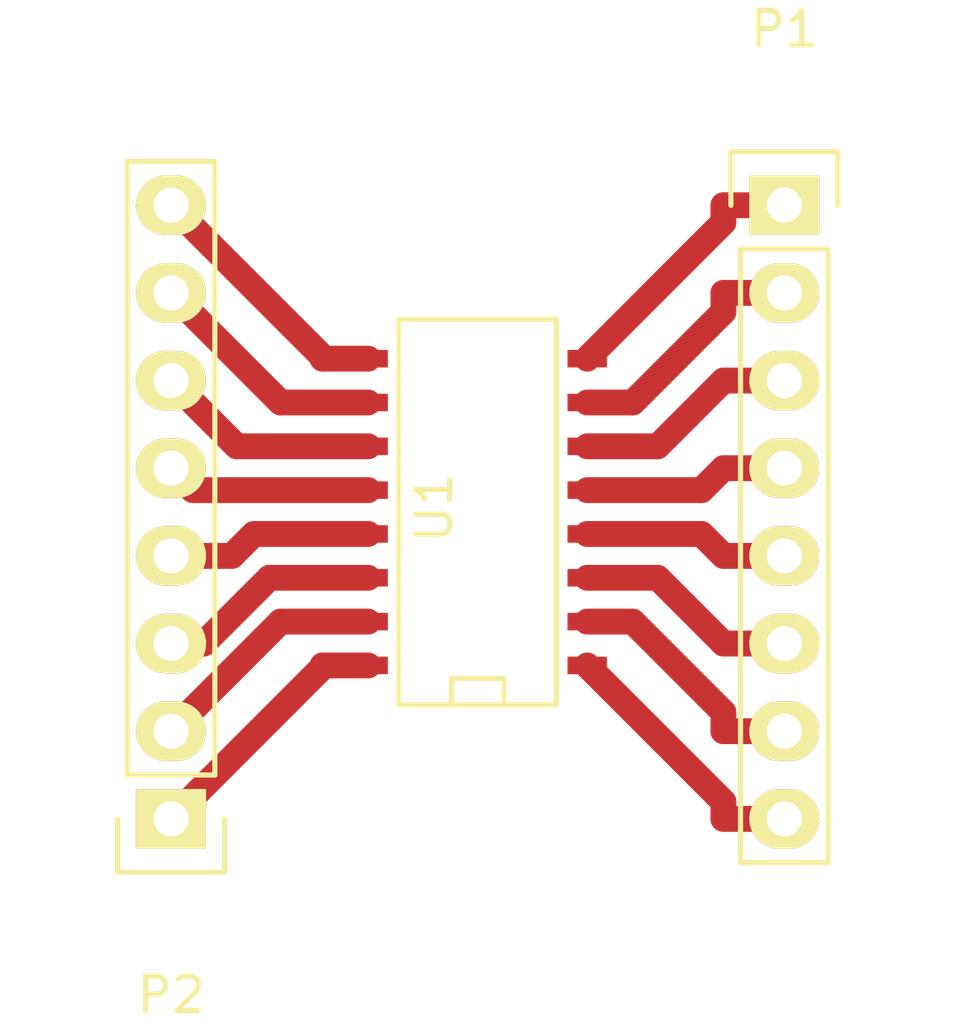
<source format=kicad_pcb>
(kicad_pcb (version 4) (host pcbnew 4.0.1-stable)

  (general
    (links 16)
    (no_connects 0)
    (area 114.171667 64.795 142.368334 95.075)
    (thickness 1.6)
    (drawings 0)
    (tracks 48)
    (zones 0)
    (modules 3)
    (nets 17)
  )

  (page A4)
  (layers
    (0 F.Cu signal)
    (31 B.Cu signal)
    (32 B.Adhes user)
    (33 F.Adhes user)
    (34 B.Paste user)
    (35 F.Paste user)
    (36 B.SilkS user)
    (37 F.SilkS user)
    (38 B.Mask user)
    (39 F.Mask user)
    (40 Dwgs.User user)
    (41 Cmts.User user)
    (42 Eco1.User user)
    (43 Eco2.User user)
    (44 Edge.Cuts user)
    (45 Margin user)
    (46 B.CrtYd user)
    (47 F.CrtYd user)
    (48 B.Fab user)
    (49 F.Fab user)
  )

  (setup
    (last_trace_width 0.75)
    (trace_clearance 0.3)
    (zone_clearance 0.508)
    (zone_45_only no)
    (trace_min 0.2)
    (segment_width 0.2)
    (edge_width 0.15)
    (via_size 0.6)
    (via_drill 0.4)
    (via_min_size 0.4)
    (via_min_drill 0.3)
    (uvia_size 0.3)
    (uvia_drill 0.1)
    (uvias_allowed no)
    (uvia_min_size 0.2)
    (uvia_min_drill 0.1)
    (pcb_text_width 0.3)
    (pcb_text_size 1.5 1.5)
    (mod_edge_width 0.15)
    (mod_text_size 1 1)
    (mod_text_width 0.15)
    (pad_size 1.524 1.524)
    (pad_drill 0.762)
    (pad_to_mask_clearance 0.2)
    (aux_axis_origin 116.84 91.44)
    (grid_origin 116.84 91.44)
    (visible_elements FFFFFF7F)
    (pcbplotparams
      (layerselection 0x00030_80000001)
      (usegerberextensions false)
      (excludeedgelayer true)
      (linewidth 0.200000)
      (plotframeref false)
      (viasonmask false)
      (mode 1)
      (useauxorigin false)
      (hpglpennumber 1)
      (hpglpenspeed 20)
      (hpglpendiameter 15)
      (hpglpenoverlay 2)
      (psnegative false)
      (psa4output false)
      (plotreference true)
      (plotvalue true)
      (plotinvisibletext false)
      (padsonsilk false)
      (subtractmaskfromsilk false)
      (outputformat 1)
      (mirror false)
      (drillshape 1)
      (scaleselection 1)
      (outputdirectory ""))
  )

  (net 0 "")
  (net 1 GND)
  (net 2 "Net-(P1-Pad2)")
  (net 3 "Net-(P1-Pad3)")
  (net 4 "Net-(P1-Pad4)")
  (net 5 "Net-(P1-Pad5)")
  (net 6 "Net-(P1-Pad6)")
  (net 7 "Net-(P1-Pad7)")
  (net 8 "Net-(P1-Pad8)")
  (net 9 "Net-(P2-Pad1)")
  (net 10 "Net-(P2-Pad2)")
  (net 11 "Net-(P2-Pad3)")
  (net 12 "Net-(P2-Pad4)")
  (net 13 "Net-(P2-Pad5)")
  (net 14 "Net-(P2-Pad6)")
  (net 15 "Net-(P2-Pad7)")
  (net 16 "Net-(P2-Pad8)")

  (net_class Default "This is the default net class."
    (clearance 0.3)
    (trace_width 0.75)
    (via_dia 0.6)
    (via_drill 0.4)
    (uvia_dia 0.3)
    (uvia_drill 0.1)
    (add_net GND)
    (add_net "Net-(P1-Pad2)")
    (add_net "Net-(P1-Pad3)")
    (add_net "Net-(P1-Pad4)")
    (add_net "Net-(P1-Pad5)")
    (add_net "Net-(P1-Pad6)")
    (add_net "Net-(P1-Pad7)")
    (add_net "Net-(P1-Pad8)")
    (add_net "Net-(P2-Pad1)")
    (add_net "Net-(P2-Pad2)")
    (add_net "Net-(P2-Pad3)")
    (add_net "Net-(P2-Pad4)")
    (add_net "Net-(P2-Pad5)")
    (add_net "Net-(P2-Pad6)")
    (add_net "Net-(P2-Pad7)")
    (add_net "Net-(P2-Pad8)")
  )

  (module Pin_Headers:Pin_Header_Straight_1x08 (layer F.Cu) (tedit 0) (tstamp 576F7902)
    (at 137.16 71.12)
    (descr "Through hole pin header")
    (tags "pin header")
    (path /576F78B5)
    (fp_text reference P1 (at 0 -5.1) (layer F.SilkS)
      (effects (font (size 1 1) (thickness 0.15)))
    )
    (fp_text value CONN_01X08 (at 0 -3.1) (layer F.Fab)
      (effects (font (size 1 1) (thickness 0.15)))
    )
    (fp_line (start -1.75 -1.75) (end -1.75 19.55) (layer F.CrtYd) (width 0.05))
    (fp_line (start 1.75 -1.75) (end 1.75 19.55) (layer F.CrtYd) (width 0.05))
    (fp_line (start -1.75 -1.75) (end 1.75 -1.75) (layer F.CrtYd) (width 0.05))
    (fp_line (start -1.75 19.55) (end 1.75 19.55) (layer F.CrtYd) (width 0.05))
    (fp_line (start 1.27 1.27) (end 1.27 19.05) (layer F.SilkS) (width 0.15))
    (fp_line (start 1.27 19.05) (end -1.27 19.05) (layer F.SilkS) (width 0.15))
    (fp_line (start -1.27 19.05) (end -1.27 1.27) (layer F.SilkS) (width 0.15))
    (fp_line (start 1.55 -1.55) (end 1.55 0) (layer F.SilkS) (width 0.15))
    (fp_line (start 1.27 1.27) (end -1.27 1.27) (layer F.SilkS) (width 0.15))
    (fp_line (start -1.55 0) (end -1.55 -1.55) (layer F.SilkS) (width 0.15))
    (fp_line (start -1.55 -1.55) (end 1.55 -1.55) (layer F.SilkS) (width 0.15))
    (pad 1 thru_hole rect (at 0 0) (size 2.032 1.7272) (drill 1.016) (layers *.Cu *.Mask F.SilkS)
      (net 1 GND))
    (pad 2 thru_hole oval (at 0 2.54) (size 2.032 1.7272) (drill 1.016) (layers *.Cu *.Mask F.SilkS)
      (net 2 "Net-(P1-Pad2)"))
    (pad 3 thru_hole oval (at 0 5.08) (size 2.032 1.7272) (drill 1.016) (layers *.Cu *.Mask F.SilkS)
      (net 3 "Net-(P1-Pad3)"))
    (pad 4 thru_hole oval (at 0 7.62) (size 2.032 1.7272) (drill 1.016) (layers *.Cu *.Mask F.SilkS)
      (net 4 "Net-(P1-Pad4)"))
    (pad 5 thru_hole oval (at 0 10.16) (size 2.032 1.7272) (drill 1.016) (layers *.Cu *.Mask F.SilkS)
      (net 5 "Net-(P1-Pad5)"))
    (pad 6 thru_hole oval (at 0 12.7) (size 2.032 1.7272) (drill 1.016) (layers *.Cu *.Mask F.SilkS)
      (net 6 "Net-(P1-Pad6)"))
    (pad 7 thru_hole oval (at 0 15.24) (size 2.032 1.7272) (drill 1.016) (layers *.Cu *.Mask F.SilkS)
      (net 7 "Net-(P1-Pad7)"))
    (pad 8 thru_hole oval (at 0 17.78) (size 2.032 1.7272) (drill 1.016) (layers *.Cu *.Mask F.SilkS)
      (net 8 "Net-(P1-Pad8)"))
    (model Pin_Headers.3dshapes/Pin_Header_Straight_1x08.wrl
      (at (xyz 0 -0.35 0))
      (scale (xyz 1 1 1))
      (rotate (xyz 0 0 90))
    )
  )

  (module Pin_Headers:Pin_Header_Straight_1x08 (layer F.Cu) (tedit 0) (tstamp 576F790E)
    (at 119.38 88.9 180)
    (descr "Through hole pin header")
    (tags "pin header")
    (path /576F787E)
    (fp_text reference P2 (at 0 -5.1 180) (layer F.SilkS)
      (effects (font (size 1 1) (thickness 0.15)))
    )
    (fp_text value CONN_01X08 (at 0 -3.1 180) (layer F.Fab)
      (effects (font (size 1 1) (thickness 0.15)))
    )
    (fp_line (start -1.75 -1.75) (end -1.75 19.55) (layer F.CrtYd) (width 0.05))
    (fp_line (start 1.75 -1.75) (end 1.75 19.55) (layer F.CrtYd) (width 0.05))
    (fp_line (start -1.75 -1.75) (end 1.75 -1.75) (layer F.CrtYd) (width 0.05))
    (fp_line (start -1.75 19.55) (end 1.75 19.55) (layer F.CrtYd) (width 0.05))
    (fp_line (start 1.27 1.27) (end 1.27 19.05) (layer F.SilkS) (width 0.15))
    (fp_line (start 1.27 19.05) (end -1.27 19.05) (layer F.SilkS) (width 0.15))
    (fp_line (start -1.27 19.05) (end -1.27 1.27) (layer F.SilkS) (width 0.15))
    (fp_line (start 1.55 -1.55) (end 1.55 0) (layer F.SilkS) (width 0.15))
    (fp_line (start 1.27 1.27) (end -1.27 1.27) (layer F.SilkS) (width 0.15))
    (fp_line (start -1.55 0) (end -1.55 -1.55) (layer F.SilkS) (width 0.15))
    (fp_line (start -1.55 -1.55) (end 1.55 -1.55) (layer F.SilkS) (width 0.15))
    (pad 1 thru_hole rect (at 0 0 180) (size 2.032 1.7272) (drill 1.016) (layers *.Cu *.Mask F.SilkS)
      (net 9 "Net-(P2-Pad1)"))
    (pad 2 thru_hole oval (at 0 2.54 180) (size 2.032 1.7272) (drill 1.016) (layers *.Cu *.Mask F.SilkS)
      (net 10 "Net-(P2-Pad2)"))
    (pad 3 thru_hole oval (at 0 5.08 180) (size 2.032 1.7272) (drill 1.016) (layers *.Cu *.Mask F.SilkS)
      (net 11 "Net-(P2-Pad3)"))
    (pad 4 thru_hole oval (at 0 7.62 180) (size 2.032 1.7272) (drill 1.016) (layers *.Cu *.Mask F.SilkS)
      (net 12 "Net-(P2-Pad4)"))
    (pad 5 thru_hole oval (at 0 10.16 180) (size 2.032 1.7272) (drill 1.016) (layers *.Cu *.Mask F.SilkS)
      (net 13 "Net-(P2-Pad5)"))
    (pad 6 thru_hole oval (at 0 12.7 180) (size 2.032 1.7272) (drill 1.016) (layers *.Cu *.Mask F.SilkS)
      (net 14 "Net-(P2-Pad6)"))
    (pad 7 thru_hole oval (at 0 15.24 180) (size 2.032 1.7272) (drill 1.016) (layers *.Cu *.Mask F.SilkS)
      (net 15 "Net-(P2-Pad7)"))
    (pad 8 thru_hole oval (at 0 17.78 180) (size 2.032 1.7272) (drill 1.016) (layers *.Cu *.Mask F.SilkS)
      (net 16 "Net-(P2-Pad8)"))
    (model Pin_Headers.3dshapes/Pin_Header_Straight_1x08.wrl
      (at (xyz 0 -0.35 0))
      (scale (xyz 1 1 1))
      (rotate (xyz 0 0 90))
    )
  )

  (module SMD_Packages:SO-16-N (layer F.Cu) (tedit 0) (tstamp 576F7922)
    (at 128.27 80.01 90)
    (descr "Module CMS SOJ 16 pins large")
    (tags "CMS SOJ")
    (path /576F782E)
    (attr smd)
    (fp_text reference U1 (at 0.127 -1.27 90) (layer F.SilkS)
      (effects (font (size 1 1) (thickness 0.15)))
    )
    (fp_text value ULN2003 (at 0 1.27 90) (layer F.Fab)
      (effects (font (size 1 1) (thickness 0.15)))
    )
    (fp_line (start -5.588 -0.762) (end -4.826 -0.762) (layer F.SilkS) (width 0.15))
    (fp_line (start -4.826 -0.762) (end -4.826 0.762) (layer F.SilkS) (width 0.15))
    (fp_line (start -4.826 0.762) (end -5.588 0.762) (layer F.SilkS) (width 0.15))
    (fp_line (start 5.588 -2.286) (end 5.588 2.286) (layer F.SilkS) (width 0.15))
    (fp_line (start 5.588 2.286) (end -5.588 2.286) (layer F.SilkS) (width 0.15))
    (fp_line (start -5.588 2.286) (end -5.588 -2.286) (layer F.SilkS) (width 0.15))
    (fp_line (start -5.588 -2.286) (end 5.588 -2.286) (layer F.SilkS) (width 0.15))
    (pad 16 smd rect (at -4.445 -3.175 90) (size 0.508 1.143) (layers F.Cu F.Paste F.Mask)
      (net 9 "Net-(P2-Pad1)"))
    (pad 14 smd rect (at -1.905 -3.175 90) (size 0.508 1.143) (layers F.Cu F.Paste F.Mask)
      (net 11 "Net-(P2-Pad3)"))
    (pad 13 smd rect (at -0.635 -3.175 90) (size 0.508 1.143) (layers F.Cu F.Paste F.Mask)
      (net 12 "Net-(P2-Pad4)"))
    (pad 12 smd rect (at 0.635 -3.175 90) (size 0.508 1.143) (layers F.Cu F.Paste F.Mask)
      (net 13 "Net-(P2-Pad5)"))
    (pad 11 smd rect (at 1.905 -3.175 90) (size 0.508 1.143) (layers F.Cu F.Paste F.Mask)
      (net 14 "Net-(P2-Pad6)"))
    (pad 10 smd rect (at 3.175 -3.175 90) (size 0.508 1.143) (layers F.Cu F.Paste F.Mask)
      (net 15 "Net-(P2-Pad7)"))
    (pad 9 smd rect (at 4.445 -3.175 90) (size 0.508 1.143) (layers F.Cu F.Paste F.Mask)
      (net 16 "Net-(P2-Pad8)"))
    (pad 8 smd rect (at 4.445 3.175 90) (size 0.508 1.143) (layers F.Cu F.Paste F.Mask)
      (net 1 GND))
    (pad 7 smd rect (at 3.175 3.175 90) (size 0.508 1.143) (layers F.Cu F.Paste F.Mask)
      (net 2 "Net-(P1-Pad2)"))
    (pad 6 smd rect (at 1.905 3.175 90) (size 0.508 1.143) (layers F.Cu F.Paste F.Mask)
      (net 3 "Net-(P1-Pad3)"))
    (pad 5 smd rect (at 0.635 3.175 90) (size 0.508 1.143) (layers F.Cu F.Paste F.Mask)
      (net 4 "Net-(P1-Pad4)"))
    (pad 4 smd rect (at -0.635 3.175 90) (size 0.508 1.143) (layers F.Cu F.Paste F.Mask)
      (net 5 "Net-(P1-Pad5)"))
    (pad 3 smd rect (at -1.905 3.175 90) (size 0.508 1.143) (layers F.Cu F.Paste F.Mask)
      (net 6 "Net-(P1-Pad6)"))
    (pad 2 smd rect (at -3.175 3.175 90) (size 0.508 1.143) (layers F.Cu F.Paste F.Mask)
      (net 7 "Net-(P1-Pad7)"))
    (pad 1 smd rect (at -4.445 3.175 90) (size 0.508 1.143) (layers F.Cu F.Paste F.Mask)
      (net 8 "Net-(P1-Pad8)"))
    (pad 15 smd rect (at -3.175 -3.175 90) (size 0.508 1.143) (layers F.Cu F.Paste F.Mask)
      (net 10 "Net-(P2-Pad2)"))
    (model SMD_Packages.3dshapes/SO-16-N.wrl
      (at (xyz 0 0 0))
      (scale (xyz 0.5 0.4 0.5))
      (rotate (xyz 0 0 0))
    )
  )

  (segment (start 135.394 71.616) (end 135.394 71.12) (width 0.75) (layer F.Cu) (net 1))
  (segment (start 131.445 75.565) (end 135.394 71.616) (width 0.75) (layer F.Cu) (net 1))
  (segment (start 137.16 71.12) (end 135.394 71.12) (width 0.75) (layer F.Cu) (net 1))
  (segment (start 135.394 74.2075) (end 135.394 73.66) (width 0.75) (layer F.Cu) (net 2))
  (segment (start 132.7665 76.835) (end 135.394 74.2075) (width 0.75) (layer F.Cu) (net 2))
  (segment (start 131.445 76.835) (end 132.7665 76.835) (width 0.75) (layer F.Cu) (net 2))
  (segment (start 137.16 73.66) (end 135.394 73.66) (width 0.75) (layer F.Cu) (net 2))
  (segment (start 133.489 78.105) (end 135.394 76.2) (width 0.75) (layer F.Cu) (net 3))
  (segment (start 131.445 78.105) (end 133.489 78.105) (width 0.75) (layer F.Cu) (net 3))
  (segment (start 137.16 76.2) (end 135.394 76.2) (width 0.75) (layer F.Cu) (net 3))
  (segment (start 134.759 79.375) (end 135.394 78.74) (width 0.75) (layer F.Cu) (net 4))
  (segment (start 131.445 79.375) (end 134.759 79.375) (width 0.75) (layer F.Cu) (net 4))
  (segment (start 137.16 78.74) (end 135.394 78.74) (width 0.75) (layer F.Cu) (net 4))
  (segment (start 134.759 80.645) (end 135.394 81.28) (width 0.75) (layer F.Cu) (net 5))
  (segment (start 131.445 80.645) (end 134.759 80.645) (width 0.75) (layer F.Cu) (net 5))
  (segment (start 137.16 81.28) (end 135.394 81.28) (width 0.75) (layer F.Cu) (net 5))
  (segment (start 137.16 83.82) (end 135.394 83.82) (width 0.75) (layer F.Cu) (net 6))
  (segment (start 133.489 81.915) (end 131.445 81.915) (width 0.75) (layer F.Cu) (net 6))
  (segment (start 135.394 83.82) (end 133.489 81.915) (width 0.75) (layer F.Cu) (net 6))
  (segment (start 131.445 83.185) (end 132.7665 83.185) (width 0.75) (layer F.Cu) (net 7))
  (segment (start 135.394 85.8125) (end 135.394 86.36) (width 0.75) (layer F.Cu) (net 7))
  (segment (start 132.7665 83.185) (end 135.394 85.8125) (width 0.75) (layer F.Cu) (net 7))
  (segment (start 137.16 86.36) (end 135.394 86.36) (width 0.75) (layer F.Cu) (net 7))
  (segment (start 137.3667 86.36) (end 137.4102 86.4035) (width 0.75) (layer F.Cu) (net 7))
  (segment (start 137.16 86.36) (end 137.3667 86.36) (width 0.75) (layer F.Cu) (net 7))
  (segment (start 135.394 88.404) (end 135.394 88.9) (width 0.75) (layer F.Cu) (net 8))
  (segment (start 131.445 84.455) (end 135.394 88.404) (width 0.75) (layer F.Cu) (net 8))
  (segment (start 137.16 88.9) (end 135.394 88.9) (width 0.75) (layer F.Cu) (net 8))
  (segment (start 123.7735 84.5065) (end 119.38 88.9) (width 0.75) (layer F.Cu) (net 9))
  (segment (start 123.7735 84.455) (end 123.7735 84.5065) (width 0.75) (layer F.Cu) (net 9))
  (segment (start 125.095 84.455) (end 123.7735 84.455) (width 0.75) (layer F.Cu) (net 9))
  (segment (start 122.555 83.185) (end 119.38 86.36) (width 0.75) (layer F.Cu) (net 10))
  (segment (start 125.095 83.185) (end 122.555 83.185) (width 0.75) (layer F.Cu) (net 10))
  (segment (start 120.327 83.82) (end 119.38 83.82) (width 0.75) (layer F.Cu) (net 11))
  (segment (start 122.232 81.915) (end 120.327 83.82) (width 0.75) (layer F.Cu) (net 11))
  (segment (start 125.095 81.915) (end 122.232 81.915) (width 0.75) (layer F.Cu) (net 11))
  (segment (start 121.781 80.645) (end 121.146 81.28) (width 0.75) (layer F.Cu) (net 12))
  (segment (start 125.095 80.645) (end 121.781 80.645) (width 0.75) (layer F.Cu) (net 12))
  (segment (start 119.38 81.28) (end 121.146 81.28) (width 0.75) (layer F.Cu) (net 12))
  (segment (start 120.015 79.375) (end 119.38 78.74) (width 0.75) (layer F.Cu) (net 13))
  (segment (start 125.095 79.375) (end 120.015 79.375) (width 0.75) (layer F.Cu) (net 13))
  (segment (start 121.285 78.105) (end 119.38 76.2) (width 0.75) (layer F.Cu) (net 14))
  (segment (start 125.095 78.105) (end 121.285 78.105) (width 0.75) (layer F.Cu) (net 14))
  (segment (start 122.555 76.835) (end 125.095 76.835) (width 0.75) (layer F.Cu) (net 15))
  (segment (start 119.38 73.66) (end 122.555 76.835) (width 0.75) (layer F.Cu) (net 15))
  (segment (start 123.7735 75.5135) (end 119.38 71.12) (width 0.75) (layer F.Cu) (net 16))
  (segment (start 123.7735 75.565) (end 123.7735 75.5135) (width 0.75) (layer F.Cu) (net 16))
  (segment (start 125.095 75.565) (end 123.7735 75.565) (width 0.75) (layer F.Cu) (net 16))

)

</source>
